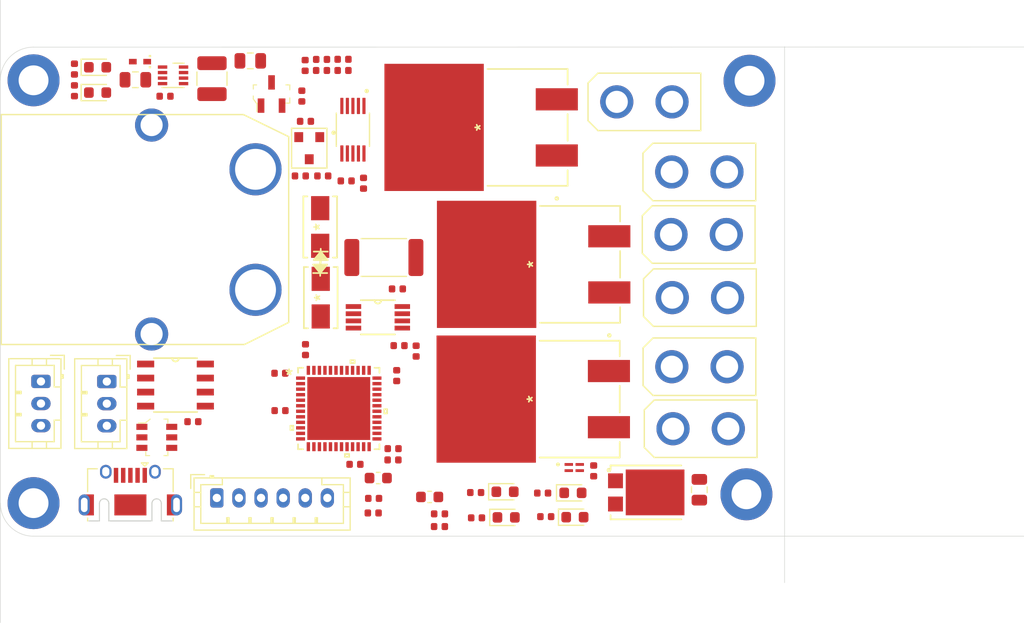
<source format=kicad_pcb>
(kicad_pcb (version 20171130) (host pcbnew 5.1.6-c6e7f7d~87~ubuntu19.10.1)
  (title_block (title "Icarus Power Distribution Board") (date 2021-03-07) (rev V1.0) (comment 3 https://github.com/0xJeremy/Icarus) (comment 4 "Jeremy Kanovsky"))
  (layers (0 F.Cu signal) (1 In1.Cu-GND power) (2 In2.Cu-3V3 power) (31 B.Cu signal) (34 B.Paste user) (35 F.Paste user) (36 B.SilkS user) (37 F.SilkS user) (38 B.Mask user) (39 F.Mask user) (44 Edge.Cuts user))
  (net 0 "")
  (net 1 +3V3)
  (net 2 GND)
  (net 3 VSENSE_HIGH)
  (net 4 "Net-(C4-Pad1)")
  (net 5 NRST)
  (net 6 OUT)
  (net 7 TIMER)
  (net 8 "Net-(C15-Pad2)")
  (net 9 "Net-(C15-Pad1)")
  (net 10 "Net-(C16-Pad1)")
  (net 11 24V_SENSE)
  (net 12 VSW_SENSE)
  (net 13 +5V)
  (net 14 "Net-(D4-Pad1)")
  (net 15 "Net-(D5-Pad1)")
  (net 16 "Net-(D6-Pad1)")
  (net 17 "Net-(D7-Pad1)")
  (net 18 CAN_H)
  (net 19 CAN_L)
  (net 20 SWO)
  (net 21 SWDIO)
  (net 22 SWCLK)
  (net 23 "Net-(J4-Pad6)")
  (net 24 "Net-(J4-Pad4)")
  (net 25 USB_CONN_D+)
  (net 26 USB_CONN_D-)
  (net 27 "Net-(L1-Pad1)")
  (net 28 VSENSE_LOW)
  (net 29 PG)
  (net 30 GATE)
  (net 31 EN)
  (net 32 TPS_ENABLE)
  (net 33 LED1)
  (net 34 LED2)
  (net 35 LED3)
  (net 36 LED4)
  (net 37 PROG)
  (net 38 "Net-(R15-Pad1)")
  (net 39 I_SENSE_BIAS)
  (net 40 "Net-(U1-Pad5)")
  (net 41 "Net-(U1-Pad6)")
  (net 42 CAN_TX)
  (net 43 CAN_RX)
  (net 44 CAN_SHDN)
  (net 45 I_SENSE)
  (net 46 USB_D+)
  (net 47 USB_D-)
  (net 48 MOSFET_TEMP)
  (net 49 "Net-(U2-Pad2)")
  (net 50 "Net-(U2-Pad3)")
  (net 51 "Net-(U2-Pad4)")
  (net 52 "Net-(U2-Pad5)")
  (net 53 "Net-(U2-Pad6)")
  (net 54 "Net-(U2-Pad12)")
  (net 55 "Net-(U2-Pad14)")
  (net 56 "Net-(U2-Pad16)")
  (net 57 "Net-(U2-Pad22)")
  (net 58 "Net-(U2-Pad24)")
  (net 59 "Net-(U2-Pad25)")
  (net 60 "Net-(U2-Pad26)")
  (net 61 "Net-(U2-Pad27)")
  (net 62 "Net-(U2-Pad28)")
  (net 63 "Net-(U2-Pad29)")
  (net 64 "Net-(U2-Pad30)")
  (net 65 "Net-(U2-Pad31)")
  (net 66 "Net-(U2-Pad32)")
  (net 67 "Net-(U2-Pad38)")
  (net 68 "Net-(U2-Pad39)")
  (net 69 "Net-(U2-Pad40)")
  (net 70 "Net-(U2-Pad42)")
  (net 71 "Net-(U2-Pad43)")
  (net 72 "Net-(MOSFET1-Pad1)")
  (net 73 "Net-(D2-Pad1)")
  (net 74 "Net-(D3-Pad1)")
  (net 75 "Net-(MOSFET2-PadP$1)")
  (net 76 "Net-(MOSFET2-PadP$2)")
  (net 77 "Net-(MOSFET4-Pad3)")
  (net 78 "Net-(U13-Pad3)")
  (net 79 "Net-(U15-Pad2)")
  (module icarus_kicad_lib:TPS2490DGSR (layer F.Cu) (at 95.97 92.69 270)
    (fp_text reference U8)
    (fp_text value TPS2490DGSR hide)
    (pad 1 smd roundrect (at -2.15 -1 270) (size 1.47 0.28) (layers F.Cu F.Paste F.Mask) (roundrect_rratio 0.125) (net 31 EN))
    (pad 2 smd roundrect (at -2.15 -0.5 270) (size 1.47 0.28) (layers F.Cu F.Paste F.Mask) (roundrect_rratio 0.125) (net 38 "Net-(R15-Pad1)"))
    (pad 3 smd roundrect (at -2.15 0 270) (size 1.47 0.28) (layers F.Cu F.Paste F.Mask) (roundrect_rratio 0.125) (net 37 PROG))
    (pad 4 smd roundrect (at -2.15 0.5 270) (size 1.47 0.28) (layers F.Cu F.Paste F.Mask) (roundrect_rratio 0.125) (net 7 TIMER))
    (pad 5 smd roundrect (at -2.15 1 270) (size 1.47 0.28) (layers F.Cu F.Paste F.Mask) (roundrect_rratio 0.125) (net 2 GND))
    (pad 6 smd roundrect (at 2.15 1 270) (size 1.47 0.28) (layers F.Cu F.Paste F.Mask) (roundrect_rratio 0.125) (net 29 PG))
    (pad 7 smd roundrect (at 2.15 0.5 270) (size 1.47 0.28) (layers F.Cu F.Paste F.Mask) (roundrect_rratio 0.125) (net 6 OUT))
    (pad 8 smd roundrect (at 2.15 0 270) (size 1.47 0.28) (layers F.Cu F.Paste F.Mask) (roundrect_rratio 0.125) (net 30 GATE))
    (pad 9 smd roundrect (at 2.15 -0.5 270) (size 1.47 0.28) (layers F.Cu F.Paste F.Mask) (roundrect_rratio 0.125) (net 28 VSENSE_LOW))
    (pad 10 smd roundrect (at 2.15 -1 270) (size 1.47 0.28) (layers F.Cu F.Paste F.Mask) (roundrect_rratio 0.125) (net 3 VSENSE_HIGH))
  )
  (module Capacitor_SMD:C_0402_1005Metric (layer F.Cu) (at 81.495 119.1 180)
    (fp_text reference C1)
    (fp_text value 0.1uF)
    (pad 1 smd roundrect (at -0.485 0 180) (size 0.59 0.64) (layers F.Cu F.Paste F.Mask) (net 2 GND))
    (pad 2 smd roundrect (at 0.485 0 180) (size 0.59 0.64) (layers F.Cu F.Paste F.Mask) (net 1 +3V3))
  )
  (module Capacitor_SMD:C_0805_2012Metric (layer F.Cu) (at 86.6875 86.46)
    (fp_text reference C2)
    (fp_text value "1uF, 100V")
    (pad 2 smd roundrect (at 0.9375 0) (size 0.975 1.4) (layers F.Cu F.Paste F.Mask) (net 2 GND))
    (pad 1 smd roundrect (at -0.9375 0) (size 0.975 1.4) (layers F.Cu F.Paste F.Mask) (net 3 VSENSE_HIGH))
  )
  (module Capacitor_SMD:C_0402_1005Metric (layer F.Cu) (at 78.975 89.66)
    (fp_text reference C3)
    (fp_text value 10uF)
    (pad 1 smd roundrect (at -0.485 0) (size 0.59 0.64) (layers F.Cu F.Paste F.Mask) (net 1 +3V3))
    (pad 2 smd roundrect (at 0.485 0) (size 0.59 0.64) (layers F.Cu F.Paste F.Mask) (net 2 GND))
  )
  (module Capacitor_SMD:C_0805_2012Metric (layer F.Cu) (at 76.2925 88.17 180)
    (fp_text reference C4)
    (fp_text value "1uF, 100V")
    (pad 1 smd roundrect (at -0.9375 0 180) (size 0.975 1.4) (layers F.Cu F.Paste F.Mask) (net 4 "Net-(C4-Pad1)"))
    (pad 2 smd roundrect (at 0.9375 0 180) (size 0.975 1.4) (layers F.Cu F.Paste F.Mask) (net 2 GND))
  )
  (module Capacitor_SMD:C_0402_1005Metric (layer F.Cu) (at 89.375 118.1 180)
    (fp_text reference C5)
    (fp_text value 0.1uF)
    (pad 1 smd roundrect (at -0.485 0 180) (size 0.59 0.64) (layers F.Cu F.Paste F.Mask) (net 5 NRST))
    (pad 2 smd roundrect (at 0.485 0 180) (size 0.59 0.64) (layers F.Cu F.Paste F.Mask) (net 2 GND))
  )
  (module Capacitor_SMD:C_0402_1005Metric (layer F.Cu) (at 91.215 96.87)
    (fp_text reference C6)
    (fp_text value "0.1uF, 100V")
    (pad 2 smd roundrect (at 0.485 0) (size 0.59 0.64) (layers F.Cu F.Paste F.Mask) (net 2 GND))
    (pad 1 smd roundrect (at -0.485 0) (size 0.59 0.64) (layers F.Cu F.Paste F.Mask) (net 3 VSENSE_HIGH))
  )
  (module Capacitor_SMD:C_0805_2012Metric (layer F.Cu) (at 127.31 125.26 270)
    (fp_text reference C7)
    (fp_text value "1uF, 100V")
    (pad 1 smd roundrect (at -0.9375 0 270) (size 0.975 1.4) (layers F.Cu F.Paste F.Mask) (net 6 OUT))
    (pad 2 smd roundrect (at 0.9375 0 270) (size 0.975 1.4) (layers F.Cu F.Paste F.Mask) (net 2 GND))
  )
  (module Capacitor_SMD:C_0402_1005Metric (layer F.Cu) (at 99.93 114.935 90)
    (fp_text reference C8)
    (fp_text value 1uF)
    (pad 2 smd roundrect (at 0.485 0 90) (size 0.59 0.64) (layers F.Cu F.Paste F.Mask) (net 2 GND))
    (pad 1 smd roundrect (at -0.485 0 90) (size 0.59 0.64) (layers F.Cu F.Paste F.Mask) (net 1 +3V3))
  )
  (module Capacitor_SMD:C_0402_1005Metric (layer F.Cu) (at 99.605 121.54)
    (fp_text reference C9)
    (fp_text value 0.1uF)
    (pad 2 smd roundrect (at 0.485 0) (size 0.59 0.64) (layers F.Cu F.Paste F.Mask) (net 2 GND))
    (pad 1 smd roundrect (at -0.485 0) (size 0.59 0.64) (layers F.Cu F.Paste F.Mask) (net 1 +3V3))
  )
  (module Capacitor_SMD:C_0402_1005Metric (layer F.Cu) (at 91.68 112.585 90)
    (fp_text reference C10)
    (fp_text value 0.1uF)
    (pad 1 smd roundrect (at -0.485 0 90) (size 0.59 0.64) (layers F.Cu F.Paste F.Mask) (net 1 +3V3))
    (pad 2 smd roundrect (at 0.485 0 90) (size 0.59 0.64) (layers F.Cu F.Paste F.Mask) (net 2 GND))
  )
  (module Capacitor_SMD:C_0402_1005Metric (layer F.Cu) (at 89.365 114.72)
    (fp_text reference C11)
    (fp_text value 0.1uF)
    (pad 2 smd roundrect (at 0.485 0) (size 0.59 0.64) (layers F.Cu F.Paste F.Mask) (net 2 GND))
    (pad 1 smd roundrect (at -0.485 0) (size 0.59 0.64) (layers F.Cu F.Paste F.Mask) (net 1 +3V3))
  )
  (module Capacitor_SMD:C_0402_1005Metric (layer F.Cu) (at 99.595 122.56)
    (fp_text reference C12)
    (fp_text value 0.1uF)
    (pad 1 smd roundrect (at -0.485 0) (size 0.59 0.64) (layers F.Cu F.Paste F.Mask) (net 1 +3V3))
    (pad 2 smd roundrect (at 0.485 0) (size 0.59 0.64) (layers F.Cu F.Paste F.Mask) (net 2 GND))
  )
  (module Capacitor_SMD:C_0402_1005Metric (layer F.Cu) (at 96.155 122.96)
    (fp_text reference C13)
    (fp_text value 10uF)
    (pad 1 smd roundrect (at -0.485 0) (size 0.59 0.64) (layers F.Cu F.Paste F.Mask) (net 1 +3V3))
    (pad 2 smd roundrect (at 0.485 0) (size 0.59 0.64) (layers F.Cu F.Paste F.Mask) (net 2 GND))
  )
  (module Capacitor_SMD:C_0402_1005Metric (layer F.Cu) (at 91.65 86.875 270)
    (fp_text reference C14)
    (fp_text value 10nF)
    (pad 2 smd roundrect (at 0.485 0 270) (size 0.59 0.64) (layers F.Cu F.Paste F.Mask) (net 7 TIMER))
    (pad 1 smd roundrect (at -0.485 0 270) (size 0.59 0.64) (layers F.Cu F.Paste F.Mask) (net 2 GND))
  )
  (module Capacitor_SMD:C_0402_1005Metric (layer F.Cu) (at 99.995 107.09 180)
    (fp_text reference C15)
    (fp_text value 0.1uF)
    (pad 1 smd roundrect (at -0.485 0 180) (size 0.59 0.64) (layers F.Cu F.Paste F.Mask) (net 9 "Net-(C15-Pad1)"))
    (pad 2 smd roundrect (at 0.485 0 180) (size 0.59 0.64) (layers F.Cu F.Paste F.Mask) (net 8 "Net-(C15-Pad2)"))
  )
  (module Capacitor_SMD:C_0402_1005Metric (layer F.Cu) (at 101.69 112.715 270)
    (fp_text reference C16)
    (fp_text value 0.1uF)
    (pad 1 smd roundrect (at -0.485 0 270) (size 0.59 0.64) (layers F.Cu F.Paste F.Mask) (net 10 "Net-(C16-Pad1)"))
    (pad 2 smd roundrect (at 0.485 0 270) (size 0.59 0.64) (layers F.Cu F.Paste F.Mask) (net 2 GND))
  )
  (module Capacitor_SMD:C_0402_1005Metric (layer F.Cu) (at 117.75 123.55 270)
    (fp_text reference C17)
    (fp_text value 0.1uF)
    (pad 2 smd roundrect (at 0.485 0 270) (size 0.59 0.64) (layers F.Cu F.Paste F.Mask) (net 2 GND))
    (pad 1 smd roundrect (at -0.485 0 270) (size 0.59 0.64) (layers F.Cu F.Paste F.Mask) (net 1 +3V3))
  )
  (module Capacitor_SMD:C_0402_1005Metric (layer F.Cu) (at 97.805 127.36)
    (fp_text reference C18)
    (fp_text value 0.01uF)
    (pad 2 smd roundrect (at 0.485 0) (size 0.59 0.64) (layers F.Cu F.Paste F.Mask) (net 2 GND))
    (pad 1 smd roundrect (at -0.485 0) (size 0.59 0.64) (layers F.Cu F.Paste F.Mask) (net 11 24V_SENSE))
  )
  (module Capacitor_SMD:C_0402_1005Metric (layer F.Cu) (at 103.8 128.59)
    (fp_text reference C19)
    (fp_text value 0.01uF)
    (pad 2 smd roundrect (at 0.485 0) (size 0.59 0.64) (layers F.Cu F.Paste F.Mask) (net 2 GND))
    (pad 1 smd roundrect (at -0.485 0) (size 0.59 0.64) (layers F.Cu F.Paste F.Mask) (net 12 VSW_SENSE))
  )
  (module icarus_kicad_lib:SMBJ51CA-E3-52 (layer F.Cu) (at 93.01 101.49 90)
    (fp_text reference CR1)
    (fp_text value SMBJ51CA-E3_52)
    (fp_text user * (at 0 0 90) (layer F.SilkS))
    (pad 1 smd rect (at -1.7018 0 180) (size 1.651 2.1844) (layers F.Cu F.Paste F.Mask) (net 3 VSENSE_HIGH))
    (pad 2 smd rect (at 1.7018 0 180) (size 1.651 2.1844) (layers F.Cu F.Paste F.Mask) (net 2 GND))
  )
  (module icarus_kicad_lib:SMBJ51CA-E3-52 (layer F.Cu) (at 93.06 107.88 270)
    (fp_text reference CR2)
    (fp_text value SMBJ51CA-E3_52)
    (fp_text user * (at 0 0 90) (layer F.SilkS))
    (pad 2 smd rect (at 1.7018 0) (size 1.651 2.1844) (layers F.Cu F.Paste F.Mask) (net 2 GND))
    (pad 1 smd rect (at -1.7018 0) (size 1.651 2.1844) (layers F.Cu F.Paste F.Mask) (net 3 VSENSE_HIGH))
  )
  (module icarus_kicad_lib:RB520S30 (layer F.Cu) (at 76.76 86.53 180)
    (fp_text reference D1)
    (fp_text value RB520S30)
    (pad A smd rect (at 0.7 0 180) (size 0.7 0.5) (layers F.Cu F.Paste F.Mask) (net 13 +5V))
    (pad C smd rect (at -0.6 0 180) (size 0.7 0.5) (layers F.Cu F.Paste F.Mask) (net 3 VSENSE_HIGH))
  )
  (module LED_SMD:LED_0603_1608Metric (layer F.Cu) (at 72.8725 87.04)
    (fp_text reference D2)
    (fp_text value Green)
    (pad 2 smd roundrect (at 0.7875 0) (size 0.875 0.95) (layers F.Cu F.Paste F.Mask) (net 1 +3V3))
    (pad 1 smd roundrect (at -0.7875 0) (size 0.875 0.95) (layers F.Cu F.Paste F.Mask) (net 73 "Net-(D2-Pad1)"))
  )
  (module LED_SMD:LED_0603_1608Metric (layer F.Cu) (at 72.8725 89.33)
    (fp_text reference D3)
    (fp_text value Green)
    (pad 2 smd roundrect (at 0.7875 0) (size 0.875 0.95) (layers F.Cu F.Paste F.Mask) (net 1 +3V3))
    (pad 1 smd roundrect (at -0.7875 0) (size 0.875 0.95) (layers F.Cu F.Paste F.Mask) (net 74 "Net-(D3-Pad1)"))
  )
  (module LED_SMD:LED_0603_1608Metric (layer F.Cu) (at 109.7325 125.44)
    (fp_text reference D4)
    (fp_text value Blue)
    (pad 1 smd roundrect (at -0.7875 0) (size 0.875 0.95) (layers F.Cu F.Paste F.Mask) (net 14 "Net-(D4-Pad1)"))
    (pad 2 smd roundrect (at 0.7875 0) (size 0.875 0.95) (layers F.Cu F.Paste F.Mask) (net 1 +3V3))
  )
  (module LED_SMD:LED_0603_1608Metric (layer F.Cu) (at 116.0525 127.74)
    (fp_text reference D5)
    (fp_text value Blue)
    (pad 1 smd roundrect (at -0.7875 0) (size 0.875 0.95) (layers F.Cu F.Paste F.Mask) (net 15 "Net-(D5-Pad1)"))
    (pad 2 smd roundrect (at 0.7875 0) (size 0.875 0.95) (layers F.Cu F.Paste F.Mask) (net 1 +3V3))
  )
  (module LED_SMD:LED_0603_1608Metric (layer F.Cu) (at 109.8325 127.76)
    (fp_text reference D6)
    (fp_text value Blue)
    (pad 1 smd roundrect (at -0.7875 0) (size 0.875 0.95) (layers F.Cu F.Paste F.Mask) (net 16 "Net-(D6-Pad1)"))
    (pad 2 smd roundrect (at 0.7875 0) (size 0.875 0.95) (layers F.Cu F.Paste F.Mask) (net 1 +3V3))
  )
  (module LED_SMD:LED_0603_1608Metric (layer F.Cu) (at 115.8725 125.54)
    (fp_text reference D7)
    (fp_text value Blue)
    (pad 2 smd roundrect (at 0.7875 0) (size 0.875 0.95) (layers F.Cu F.Paste F.Mask) (net 1 +3V3))
    (pad 1 smd roundrect (at -0.7875 0) (size 0.875 0.95) (layers F.Cu F.Paste F.Mask) (net 17 "Net-(D7-Pad1)"))
  )
  (module MountingHole:MountingHole_2.7mm_M2.5_DIN965_Pad (layer F.Cu) (at 67.08 126.47)
    (fp_text reference H1)
    (fp_text value MountingHole_Pad)
    (pad 1 thru_hole circle (at 0 0) (size 4.7 4.7) (drill 2.7) (layers *.Cu *.Mask) (net 2 GND))
  )
  (module MountingHole:MountingHole_2.7mm_M2.5_DIN965_Pad (layer F.Cu) (at 131.85 88.26)
    (fp_text reference H2)
    (fp_text value MountingHole_Pad)
    (pad 1 thru_hole circle (at 0 0) (size 4.7 4.7) (drill 2.7) (layers *.Cu *.Mask) (net 2 GND))
  )
  (module MountingHole:MountingHole_2.7mm_M2.5_DIN965_Pad (layer F.Cu) (at 131.57 125.67)
    (fp_text reference H3)
    (fp_text value MountingHole_Pad)
    (pad 1 thru_hole circle (at 0 0) (size 4.7 4.7) (drill 2.7) (layers *.Cu *.Mask) (net 2 GND))
  )
  (module MountingHole:MountingHole_2.7mm_M2.5_DIN965_Pad (layer F.Cu) (at 67.08 88.22)
    (fp_text reference H4)
    (fp_text value MountingHole_Pad)
    (pad 1 thru_hole circle (at 0 0) (size 4.7 4.7) (drill 2.7) (layers *.Cu *.Mask) (net 2 GND))
  )
  (module Connector_JST:JST_PH_B6B-PH-K_1x06_P2.00mm_Vertical (layer F.Cu) (at 83.66 126)
    (fp_text reference J3)
    (fp_text value "SWD Programming")
    (pad 1 thru_hole roundrect (at 0 0) (size 1.2 1.75) (drill 0.75) (layers *.Cu *.Mask) (roundrect_rratio 0.208333) (net 1 +3V3))
    (pad 2 thru_hole oval (at 2 0) (size 1.2 1.75) (drill 0.75) (layers *.Cu *.Mask) (net 20 SWO))
    (pad 3 thru_hole oval (at 4 0) (size 1.2 1.75) (drill 0.75) (layers *.Cu *.Mask) (net 21 SWDIO))
    (pad 4 thru_hole oval (at 6 0) (size 1.2 1.75) (drill 0.75) (layers *.Cu *.Mask) (net 22 SWCLK))
    (pad 5 thru_hole oval (at 8 0) (size 1.2 1.75) (drill 0.75) (layers *.Cu *.Mask) (net 5 NRST))
    (pad 6 thru_hole oval (at 10 0) (size 1.2 1.75) (drill 0.75) (layers *.Cu *.Mask) (net 2 GND))
  )
  (module Connector_USB:USB_Micro-AB_Molex_47590-0001 (layer F.Cu) (at 75.84 126.63)
    (fp_text reference J4)
    (fp_text value USB_B_Micro)
    (fp_line (start -3.75 1.45) (end -2.8 1.45) (layer Edge.Cuts) (width 0.1))
    (fp_line (start -2.8 -0.125) (end -2.8 1.45) (layer Edge.Cuts) (width 0.1))
    (fp_line (start -1.95 -0.125) (end -1.95 1.45) (layer Edge.Cuts) (width 0.1))
    (fp_line (start -1.95 1.45) (end 1.95 1.45) (layer Edge.Cuts) (width 0.1))
    (fp_line (start 1.95 -0.125) (end 1.95 1.45) (layer Edge.Cuts) (width 0.1))
    (fp_line (start 2.8 -0.125) (end 2.8 1.45) (layer Edge.Cuts) (width 0.1))
    (fp_line (start 2.8 1.45) (end 3.75 1.45) (layer Edge.Cuts) (width 0.1))
    (fp_arc (start 2.375 -0.125) (end 1.95 -0.125) (angle 180) (layer Edge.Cuts) (width 0.1))
    (fp_arc (start -2.375 -0.125) (end -2.8 -0.125) (angle 180) (layer Edge.Cuts) (width 0.1))
    (pad 6 thru_hole oval (at -2.225 -3) (size 1.05 1.25) (drill oval 0.65 0.85) (layers *.Cu *.Mask) (net 23 "Net-(J4-Pad6)"))
    (pad 5 smd rect (at -1.3 -2.675) (size 0.4 1.35) (layers F.Cu F.Paste F.Mask) (net 2 GND))
    (pad 4 smd rect (at -0.65 -2.675) (size 0.4 1.35) (layers F.Cu F.Paste F.Mask) (net 24 "Net-(J4-Pad4)"))
    (pad 3 smd rect (at 0 -2.675) (size 0.4 1.35) (layers F.Cu F.Paste F.Mask) (net 25 USB_CONN_D+))
    (pad 1 smd rect (at 1.3 -2.675) (size 0.4 1.35) (layers F.Cu F.Paste F.Mask) (net 13 +5V))
    (pad 6 thru_hole oval (at 2.225 -3) (size 1.05 1.25) (drill oval 0.65 0.85) (layers *.Cu *.Mask) (net 23 "Net-(J4-Pad6)"))
    (pad 6 thru_hole oval (at -4.175 0) (size 1 1.9) (drill oval 0.6 1.3) (layers *.Cu *.Mask) (net 23 "Net-(J4-Pad6)"))
    (pad 6 thru_hole oval (at 4.175 0) (size 1 1.9) (drill oval 0.6 1.3) (layers *.Cu *.Mask) (net 23 "Net-(J4-Pad6)"))
    (pad 2 smd rect (at 0.65 -2.675) (size 0.4 1.35) (layers F.Cu F.Paste F.Mask) (net 26 USB_CONN_D-))
    (pad 6 smd rect (at 0 0) (size 2.9 1.9) (layers F.Cu F.Paste F.Mask) (net 23 "Net-(J4-Pad6)"))
    (pad 6 smd rect (at 3.7375 0) (size 0.875 1.9) (layers F.Cu F.Mask) (net 23 "Net-(J4-Pad6)"))
    (pad 6 smd rect (at -3.7375 0) (size 0.875 1.9) (layers F.Cu F.Mask) (net 23 "Net-(J4-Pad6)"))
  )
  (module Inductor_SMD:L_1210_3225Metric (layer F.Cu) (at 83.22 88.07 270)
    (fp_text reference L1)
    (fp_text value 33uH)
    (pad 1 smd roundrect (at -1.4 0 270) (size 1.25 2.65) (layers F.Cu F.Paste F.Mask) (roundrect_rratio 0.2) (net 27 "Net-(L1-Pad1)"))
    (pad 2 smd roundrect (at 1.4 0 270) (size 1.25 2.65) (layers F.Cu F.Paste F.Mask) (roundrect_rratio 0.2) (net 1 +3V3))
  )
  (module icarus_kicad_lib:PSMN4R8-100BSEJ (layer F.Cu) (at 112.284602 117.06 90)
    (fp_text reference MOSFET1)
    (fp_text value PSMN4R8-100BSEJ)
    (fp_text user * (at 0 0 90) (layer F.SilkS))
    (pad 1 smd rect (at -2.54 6.845399 90) (size 2.0066 3.81) (layers F.Cu F.Paste F.Mask) (net 72 "Net-(MOSFET1-Pad1)"))
    (pad 3 smd rect (at 2.54 6.845399 90) (size 2.0066 3.81) (layers F.Cu F.Paste F.Mask) (net 6 OUT))
    (pad 2 smd rect (at 0 -4.254602 90) (size 11.5062 8.9916) (layers F.Cu F.Paste F.Mask) (net 28 VSENSE_LOW))
  )
  (module icarus_kicad_lib:ZXMP10A13FTA (layer F.Cu) (at 92.02 94.36 270)
    (fp_text reference MOSFET2)
    (fp_text value ZXMP10A13FTA hide)
    (pad P$1 smd rect (at -1 -0.95 270) (size 0.9 0.8) (layers F.Cu F.Paste F.Mask) (net 75 "Net-(MOSFET2-PadP$1)"))
    (pad P$2 smd rect (at -1 0.95 270) (size 0.9 0.8) (layers F.Cu F.Paste F.Mask) (net 76 "Net-(MOSFET2-PadP$2)"))
    (pad P$3 smd rect (at 1 0 270) (size 0.9 0.8) (layers F.Cu F.Paste F.Mask) (net 3 VSENSE_HIGH))
  )
  (module icarus_kicad_lib:PSMN4R8-100BSEJ (layer F.Cu) (at 107.57 92.48 90)
    (fp_text reference MOSFET3)
    (fp_text value PSMN4R8-100BSEJ)
    (fp_text user * (at 0 0 90) (layer F.SilkS))
    (pad 2 smd rect (at 0 -4.254602 90) (size 11.5062 8.9916) (layers F.Cu F.Paste F.Mask) (net 28 VSENSE_LOW))
    (pad 3 smd rect (at 2.54 6.845399 90) (size 2.0066 3.81) (layers F.Cu F.Paste F.Mask) (net 6 OUT))
    (pad 1 smd rect (at -2.54 6.845399 90) (size 2.0066 3.81) (layers F.Cu F.Paste F.Mask) (net 72 "Net-(MOSFET1-Pad1)"))
  )
  (module digikey-footprints:SOT-23-3 (layer F.Cu) (at 88.61 89.46 90)
    (fp_text reference MOSFET4)
    (fp_text value BSS123)
    (pad 3 smd rect (at 1.05 0 90) (size 1.3 0.6) (layers F.Cu F.Paste F.Mask) (net 77 "Net-(MOSFET4-Pad3)"))
    (pad 2 smd rect (at -1.05 0.95 90) (size 1.3 0.6) (layers F.Cu F.Paste F.Mask) (net 2 GND))
    (pad 1 smd rect (at -1.05 -0.95 90) (size 1.3 0.6) (layers F.Cu F.Paste F.Mask) (net 32 TPS_ENABLE))
  )
  (module icarus_kicad_lib:PSMN4R8-100BSEJ (layer F.Cu) (at 112.32 104.87 90)
    (fp_text reference MOSFET5)
    (fp_text value PSMN4R8-100BSEJ)
    (fp_text user * (at 0 0 90) (layer F.SilkS))
    (pad 1 smd rect (at -2.54 6.845399 90) (size 2.0066 3.81) (layers F.Cu F.Paste F.Mask) (net 72 "Net-(MOSFET1-Pad1)"))
    (pad 3 smd rect (at 2.54 6.845399 90) (size 2.0066 3.81) (layers F.Cu F.Paste F.Mask) (net 6 OUT))
    (pad 2 smd rect (at 0 -4.254602 90) (size 11.5062 8.9916) (layers F.Cu F.Paste F.Mask) (net 28 VSENSE_LOW))
  )
  (module Resistor_SMD:R_0402_1005Metric (layer F.Cu) (at 95.36 97.32)
    (fp_text reference R2)
    (fp_text value 470k)
    (pad 2 smd roundrect (at 0.485 0) (size 0.59 0.64) (layers F.Cu F.Paste F.Mask) (net 6 OUT))
    (pad 1 smd roundrect (at -0.485 0) (size 0.59 0.64) (layers F.Cu F.Paste F.Mask) (net 29 PG))
  )
  (module Resistor_SMD:R_0402_1005Metric (layer F.Cu) (at 93.245 96.87 180)
    (fp_text reference R3)
    (fp_text value "47k, 1%")
    (pad 2 smd roundrect (at 0.485 0 180) (size 0.59 0.64) (layers F.Cu F.Paste F.Mask) (net 3 VSENSE_HIGH))
    (pad 1 smd roundrect (at -0.485 0 180) (size 0.59 0.64) (layers F.Cu F.Paste F.Mask) (net 75 "Net-(MOSFET2-PadP$1)"))
  )
  (module Resistor_SMD:R_0402_1005Metric (layer F.Cu) (at 91.35 89.645 270)
    (fp_text reference R4)
    (fp_text value 100k)
    (pad 1 smd roundrect (at -0.485 0 270) (size 0.59 0.64) (layers F.Cu F.Paste F.Mask) (net 77 "Net-(MOSFET4-Pad3)"))
    (pad 2 smd roundrect (at 0.485 0 270) (size 0.59 0.64) (layers F.Cu F.Paste F.Mask) (net 75 "Net-(MOSFET2-PadP$1)"))
  )
  (module Resistor_SMD:R_0402_1005Metric (layer F.Cu) (at 70.78 87.205 270)
    (fp_text reference R5)
    (fp_text value 220)
    (pad 1 smd roundrect (at -0.485 0 270) (size 0.59 0.64) (layers F.Cu F.Paste F.Mask) (net 73 "Net-(D2-Pad1)"))
    (pad 2 smd roundrect (at 0.485 0 270) (size 0.59 0.64) (layers F.Cu F.Paste F.Mask) (net 2 GND))
  )
  (module Resistor_SMD:R_0402_1005Metric (layer F.Cu) (at 70.78 89.165 90)
    (fp_text reference R6)
    (fp_text value 220)
    (pad 2 smd roundrect (at 0.485 0 90) (size 0.59 0.64) (layers F.Cu F.Paste F.Mask) (net 2 GND))
    (pad 1 smd roundrect (at -0.485 0 90) (size 0.59 0.64) (layers F.Cu F.Paste F.Mask) (net 74 "Net-(D3-Pad1)"))
  )
  (module Resistor_SMD:R_0402_1005Metric (layer F.Cu) (at 96.93 97.53 270)
    (fp_text reference R7)
    (fp_text value 10)
    (pad 2 smd roundrect (at 0.485 0 270) (size 0.59 0.64) (layers F.Cu F.Paste F.Mask) (net 72 "Net-(MOSFET1-Pad1)"))
    (pad 1 smd roundrect (at -0.485 0 270) (size 0.59 0.64) (layers F.Cu F.Paste F.Mask) (net 30 GATE))
  )
  (module Resistor_SMD:R_0402_1005Metric (layer F.Cu) (at 95.075 87.33 180)
    (fp_text reference R8)
    (fp_text value "499k, 1%")
    (pad 1 smd roundrect (at -0.485 0 180) (size 0.59 0.64) (layers F.Cu F.Paste F.Mask) (net 76 "Net-(MOSFET2-PadP$2)"))
    (pad 2 smd roundrect (at 0.485 0 180) (size 0.59 0.64) (layers F.Cu F.Paste F.Mask) (net 31 EN))
  )
  (module Resistor_SMD:R_0402_1005Metric (layer F.Cu) (at 91.68 91.93)
    (fp_text reference R9)
    (fp_text value 100k)
    (pad 2 smd roundrect (at 0.485 0) (size 0.59 0.64) (layers F.Cu F.Paste F.Mask) (net 2 GND))
    (pad 1 smd roundrect (at -0.485 0) (size 0.59 0.64) (layers F.Cu F.Paste F.Mask) (net 32 TPS_ENABLE))
  )
  (module Resistor_SMD:R_0402_1005Metric (layer F.Cu) (at 95.075 86.32)
    (fp_text reference R10)
    (fp_text value "140k, 1%")
    (pad 1 smd roundrect (at -0.485 0) (size 0.59 0.64) (layers F.Cu F.Paste F.Mask) (net 31 EN))
    (pad 2 smd roundrect (at 0.485 0) (size 0.59 0.64) (layers F.Cu F.Paste F.Mask) (net 2 GND))
  )
  (module Resistor_SMD:R_0402_1005Metric (layer F.Cu) (at 107.075 125.51 180)
    (fp_text reference R11)
    (fp_text value 220)
    (pad 1 smd roundrect (at -0.485 0 180) (size 0.59 0.64) (layers F.Cu F.Paste F.Mask) (net 14 "Net-(D4-Pad1)"))
    (pad 2 smd roundrect (at 0.485 0 180) (size 0.59 0.64) (layers F.Cu F.Paste F.Mask) (net 33 LED1))
  )
  (module Resistor_SMD:R_0402_1005Metric (layer F.Cu) (at 113.415 127.69 180)
    (fp_text reference R12)
    (fp_text value 220)
    (pad 1 smd roundrect (at -0.485 0 180) (size 0.59 0.64) (layers F.Cu F.Paste F.Mask) (net 15 "Net-(D5-Pad1)"))
    (pad 2 smd roundrect (at 0.485 0 180) (size 0.59 0.64) (layers F.Cu F.Paste F.Mask) (net 34 LED2))
  )
  (module Resistor_SMD:R_0402_1005Metric (layer F.Cu) (at 107.155 127.8 180)
    (fp_text reference R13)
    (fp_text value 220)
    (pad 1 smd roundrect (at -0.485 0 180) (size 0.59 0.64) (layers F.Cu F.Paste F.Mask) (net 16 "Net-(D6-Pad1)"))
    (pad 2 smd roundrect (at 0.485 0 180) (size 0.59 0.64) (layers F.Cu F.Paste F.Mask) (net 35 LED3))
  )
  (module Resistor_SMD:R_0402_1005Metric (layer F.Cu) (at 113.135 125.56 180)
    (fp_text reference R14)
    (fp_text value 220)
    (pad 1 smd roundrect (at -0.485 0 180) (size 0.59 0.64) (layers F.Cu F.Paste F.Mask) (net 17 "Net-(D7-Pad1)"))
    (pad 2 smd roundrect (at 0.485 0 180) (size 0.59 0.64) (layers F.Cu F.Paste F.Mask) (net 36 LED4))
  )
  (module Resistor_SMD:R_0402_1005Metric (layer F.Cu) (at 93.13 87.33 180)
    (fp_text reference R15)
    (fp_text value "47k, 1%")
    (pad 1 smd roundrect (at -0.485 0 180) (size 0.59 0.64) (layers F.Cu F.Paste F.Mask) (net 38 "Net-(R15-Pad1)"))
    (pad 2 smd roundrect (at 0.485 0 180) (size 0.59 0.64) (layers F.Cu F.Paste F.Mask) (net 37 PROG))
  )
  (module Resistor_SMD:R_0402_1005Metric (layer F.Cu) (at 93.135 86.33)
    (fp_text reference R16)
    (fp_text value "6.8k, 1%")
    (pad 2 smd roundrect (at 0.485 0) (size 0.59 0.64) (layers F.Cu F.Paste F.Mask) (net 2 GND))
    (pad 1 smd roundrect (at -0.485 0) (size 0.59 0.64) (layers F.Cu F.Paste F.Mask) (net 37 PROG))
  )
  (module Resistor_SMD:R_0402_1005Metric (layer F.Cu) (at 100.145 112.22)
    (fp_text reference R17)
    (fp_text value R_Small)
    (pad 2 smd roundrect (at 0.485 0) (size 0.59 0.64) (layers F.Cu F.Paste F.Mask) (net 10 "Net-(C16-Pad1)"))
    (pad 1 smd roundrect (at -0.485 0) (size 0.59 0.64) (layers F.Cu F.Paste F.Mask) (net 39 I_SENSE_BIAS))
  )
  (module Resistor_SMD:R_0603_1608Metric (layer F.Cu) (at 98.2625 124.2 180)
    (fp_text reference R18)
    (fp_text value "3M, 1%")
    (pad 1 smd roundrect (at -0.7875 0 180) (size 0.875 0.95) (layers F.Cu F.Paste F.Mask) (net 3 VSENSE_HIGH))
    (pad 2 smd roundrect (at 0.7875 0 180) (size 0.875 0.95) (layers F.Cu F.Paste F.Mask) (net 11 24V_SENSE))
  )
  (module Resistor_SMD:R_0603_1608Metric (layer F.Cu) (at 102.9125 125.91 180)
    (fp_text reference R19)
    (fp_text value "3M, 1%")
    (pad 2 smd roundrect (at 0.7875 0 180) (size 0.875 0.95) (layers F.Cu F.Paste F.Mask) (net 12 VSW_SENSE))
    (pad 1 smd roundrect (at -0.7875 0 180) (size 0.875 0.95) (layers F.Cu F.Paste F.Mask) (net 6 OUT))
  )
  (module Resistor_SMD:R_0402_1005Metric (layer F.Cu) (at 97.845 126.04)
    (fp_text reference R20)
    (fp_text value "200k, 1%")
    (pad 1 smd roundrect (at -0.485 0) (size 0.59 0.64) (layers F.Cu F.Paste F.Mask) (net 11 24V_SENSE))
    (pad 2 smd roundrect (at 0.485 0) (size 0.59 0.64) (layers F.Cu F.Paste F.Mask) (net 2 GND))
  )
  (module Resistor_SMD:R_0402_1005Metric (layer F.Cu) (at 103.805 127.44)
    (fp_text reference R21)
    (fp_text value "200k, 1%")
    (pad 2 smd roundrect (at 0.485 0) (size 0.59 0.64) (layers F.Cu F.Paste F.Mask) (net 2 GND))
    (pad 1 smd roundrect (at -0.485 0) (size 0.59 0.64) (layers F.Cu F.Paste F.Mask) (net 12 VSW_SENSE))
  )
  (module Package_DFN_QFN:DFN-8_2x2mm_P0.5mm (layer F.Cu) (at 79.7 87.77)
    (fp_text reference U1)
    (fp_text value MAX15062A)
    (pad 1 smd rect (at -0.95 -0.75) (size 0.85 0.3) (layers F.Cu F.Paste F.Mask) (net 3 VSENSE_HIGH))
    (pad 2 smd rect (at -0.95 -0.25) (size 0.85 0.3) (layers F.Cu F.Paste F.Mask) (net 3 VSENSE_HIGH))
    (pad 3 smd rect (at -0.95 0.25) (size 0.85 0.3) (layers F.Cu F.Paste F.Mask) (net 4 "Net-(C4-Pad1)"))
    (pad 4 smd rect (at -0.95 0.75) (size 0.85 0.3) (layers F.Cu F.Paste F.Mask) (net 1 +3V3))
    (pad 5 smd rect (at 0.95 0.75) (size 0.85 0.3) (layers F.Cu F.Paste F.Mask) (net 40 "Net-(U1-Pad5)"))
    (pad 6 smd rect (at 0.95 0.25) (size 0.85 0.3) (layers F.Cu F.Paste F.Mask) (net 41 "Net-(U1-Pad6)"))
    (pad 7 smd rect (at 0.95 -0.25) (size 0.85 0.3) (layers F.Cu F.Paste F.Mask) (net 2 GND))
    (pad 8 smd rect (at 0.95 -0.75) (size 0.85 0.3) (layers F.Cu F.Paste F.Mask) (net 27 "Net-(L1-Pad1)"))
  )
  (module icarus_kicad_lib:STM32G474CEU6 (layer F.Cu) (at 94.69 117.91)
    (fp_text reference U2)
    (fp_text value STM32G474CEU6)
    (fp_text user * (at -4.4958 -3) (layer F.SilkS))
    (fp_text user * (at -4.4958 -3) (layer F.SilkS))
    (pad 1 smd rect (at -3.4544 -2.75 90) (size 0.3048 0.8128) (layers F.Cu F.Paste F.Mask) (net 1 +3V3))
    (pad 2 smd rect (at -3.4544 -2.250001 90) (size 0.3048 0.8128) (layers F.Cu F.Paste F.Mask) (net 49 "Net-(U2-Pad2)"))
    (pad 3 smd rect (at -3.4544 -1.749999 90) (size 0.3048 0.8128) (layers F.Cu F.Paste F.Mask) (net 50 "Net-(U2-Pad3)"))
    (pad 4 smd rect (at -3.4544 -1.25 90) (size 0.3048 0.8128) (layers F.Cu F.Paste F.Mask) (net 51 "Net-(U2-Pad4)"))
    (pad 5 smd rect (at -3.4544 -0.750001 90) (size 0.3048 0.8128) (layers F.Cu F.Paste F.Mask) (net 52 "Net-(U2-Pad5)"))
    (pad 6 smd rect (at -3.4544 -0.25 90) (size 0.3048 0.8128) (layers F.Cu F.Paste F.Mask) (net 53 "Net-(U2-Pad6)"))
    (pad 7 smd rect (at -3.4544 0.25 90) (size 0.3048 0.8128) (layers F.Cu F.Paste F.Mask) (net 5 NRST))
    (pad 8 smd rect (at -3.4544 0.750001 90) (size 0.3048 0.8128) (layers F.Cu F.Paste F.Mask) (net 48 MOSFET_TEMP))
    (pad 9 smd rect (at -3.4544 1.25 90) (size 0.3048 0.8128) (layers F.Cu F.Paste F.Mask) (net 39 I_SENSE_BIAS))
    (pad 10 smd rect (at -3.4544 1.749999 90) (size 0.3048 0.8128) (layers F.Cu F.Paste F.Mask) (net 45 I_SENSE))
    (pad 11 smd rect (at -3.4544 2.250001 90) (size 0.3048 0.8128) (layers F.Cu F.Paste F.Mask) (net 33 LED1))
    (pad 12 smd rect (at -3.4544 2.75 90) (size 0.3048 0.8128) (layers F.Cu F.Paste F.Mask) (net 54 "Net-(U2-Pad12)"))
    (pad 13 smd rect (at -2.75 3.4544) (size 0.3048 0.8128) (layers F.Cu F.Paste F.Mask) (net 34 LED2))
    (pad 14 smd rect (at -2.250001 3.4544) (size 0.3048 0.8128) (layers F.Cu F.Paste F.Mask) (net 55 "Net-(U2-Pad14)"))
    (pad 15 smd rect (at -1.749999 3.4544) (size 0.3048 0.8128) (layers F.Cu F.Paste F.Mask) (net 35 LED3))
    (pad 16 smd rect (at -1.25 3.4544) (size 0.3048 0.8128) (layers F.Cu F.Paste F.Mask) (net 56 "Net-(U2-Pad16)"))
    (pad 17 smd rect (at -0.750001 3.4544) (size 0.3048 0.8128) (layers F.Cu F.Paste F.Mask) (net 36 LED4))
    (pad 18 smd rect (at -0.25 3.4544) (size 0.3048 0.8128) (layers F.Cu F.Paste F.Mask) (net 11 24V_SENSE))
    (pad 19 smd rect (at 0.25 3.4544) (size 0.3048 0.8128) (layers F.Cu F.Paste F.Mask) (net 12 VSW_SENSE))
    (pad 20 smd rect (at 0.750001 3.4544) (size 0.3048 0.8128) (layers F.Cu F.Paste F.Mask) (net 1 +3V3))
    (pad 21 smd rect (at 1.25 3.4544) (size 0.3048 0.8128) (layers F.Cu F.Paste F.Mask) (net 1 +3V3))
    (pad 22 smd rect (at 1.749999 3.4544) (size 0.3048 0.8128) (layers F.Cu F.Paste F.Mask) (net 57 "Net-(U2-Pad22)"))
    (pad 23 smd rect (at 2.250001 3.4544) (size 0.3048 0.8128) (layers F.Cu F.Paste F.Mask) (net 1 +3V3))
    (pad 24 smd rect (at 2.75 3.4544) (size 0.3048 0.8128) (layers F.Cu F.Paste F.Mask) (net 58 "Net-(U2-Pad24)"))
    (pad 25 smd rect (at 3.4544 2.75 90) (size 0.3048 0.8128) (layers F.Cu F.Paste F.Mask) (net 59 "Net-(U2-Pad25)"))
    (pad 26 smd rect (at 3.4544 2.250001 90) (size 0.3048 0.8128) (layers F.Cu F.Paste F.Mask) (net 60 "Net-(U2-Pad26)"))
    (pad 27 smd rect (at 3.4544 1.749999 90) (size 0.3048 0.8128) (layers F.Cu F.Paste F.Mask) (net 61 "Net-(U2-Pad27)"))
    (pad 28 smd rect (at 3.4544 1.25 90) (size 0.3048 0.8128) (layers F.Cu F.Paste F.Mask) (net 62 "Net-(U2-Pad28)"))
    (pad 29 smd rect (at 3.4544 0.750001 90) (size 0.3048 0.8128) (layers F.Cu F.Paste F.Mask) (net 63 "Net-(U2-Pad29)"))
    (pad 30 smd rect (at 3.4544 0.25 90) (size 0.3048 0.8128) (layers F.Cu F.Paste F.Mask) (net 64 "Net-(U2-Pad30)"))
    (pad 31 smd rect (at 3.4544 -0.25 90) (size 0.3048 0.8128) (layers F.Cu F.Paste F.Mask) (net 65 "Net-(U2-Pad31)"))
    (pad 32 smd rect (at 3.4544 -0.750001 90) (size 0.3048 0.8128) (layers F.Cu F.Paste F.Mask) (net 66 "Net-(U2-Pad32)"))
    (pad 33 smd rect (at 3.4544 -1.25 90) (size 0.3048 0.8128) (layers F.Cu F.Paste F.Mask) (net 47 USB_D-))
    (pad 34 smd rect (at 3.4544 -1.749999 90) (size 0.3048 0.8128) (layers F.Cu F.Paste F.Mask) (net 46 USB_D+))
    (pad 35 smd rect (at 3.4544 -2.250001 90) (size 0.3048 0.8128) (layers F.Cu F.Paste F.Mask) (net 1 +3V3))
    (pad 36 smd rect (at 3.4544 -2.75 90) (size 0.3048 0.8128) (layers F.Cu F.Paste F.Mask) (net 21 SWDIO))
    (pad 37 smd rect (at 2.75 -3.4544) (size 0.3048 0.8128) (layers F.Cu F.Paste F.Mask) (net 22 SWCLK))
    (pad 38 smd rect (at 2.250001 -3.4544) (size 0.3048 0.8128) (layers F.Cu F.Paste F.Mask) (net 67 "Net-(U2-Pad38)"))
    (pad 39 smd rect (at 1.749999 -3.4544) (size 0.3048 0.8128) (layers F.Cu F.Paste F.Mask) (net 68 "Net-(U2-Pad39)"))
    (pad 40 smd rect (at 1.25 -3.4544) (size 0.3048 0.8128) (layers F.Cu F.Paste F.Mask) (net 69 "Net-(U2-Pad40)"))
    (pad 41 smd rect (at 0.750001 -3.4544) (size 0.3048 0.8128) (layers F.Cu F.Paste F.Mask) (net 20 SWO))
    (pad 42 smd rect (at 0.25 -3.4544) (size 0.3048 0.8128) (layers F.Cu F.Paste F.Mask) (net 70 "Net-(U2-Pad42)"))
    (pad 43 smd rect (at -0.25 -3.4544) (size 0.3048 0.8128) (layers F.Cu F.Paste F.Mask) (net 71 "Net-(U2-Pad43)"))
    (pad 44 smd rect (at -0.750001 -3.4544) (size 0.3048 0.8128) (layers F.Cu F.Paste F.Mask) (net 32 TPS_ENABLE))
    (pad 45 smd rect (at -1.25 -3.4544) (size 0.3048 0.8128) (layers F.Cu F.Paste F.Mask) (net 44 CAN_SHDN))
    (pad 46 smd rect (at -1.749999 -3.4544) (size 0.3048 0.8128) (layers F.Cu F.Paste F.Mask) (net 43 CAN_RX))
    (pad 47 smd rect (at -2.250001 -3.4544) (size 0.3048 0.8128) (layers F.Cu F.Paste F.Mask) (net 42 CAN_TX))
    (pad 48 smd rect (at -2.75 -3.4544) (size 0.3048 0.8128) (layers F.Cu F.Paste F.Mask) (net 1 +3V3))
    (pad 49 smd rect (at 0 0) (size 5.6896 5.6896) (layers F.Cu F.Paste F.Mask) (net 2 GND))
  )
  (module icarus_kicad_lib:TCAN334G (layer F.Cu) (at 79.92 115.79)
    (fp_text reference U3 hide)
    (fp_text value TCAN334G hide)
    (pad 1 smd rect (at -2.7 -1.905) (size 1.5494 0.6096) (layers F.Cu F.Paste F.Mask) (net 42 CAN_TX))
    (pad 2 smd rect (at -2.7 -0.635) (size 1.5494 0.6096) (layers F.Cu F.Paste F.Mask) (net 2 GND))
    (pad 3 smd rect (at -2.7 0.635) (size 1.5494 0.6096) (layers F.Cu F.Paste F.Mask) (net 1 +3V3))
    (pad 4 smd rect (at -2.7 1.905) (size 1.5494 0.6096) (layers F.Cu F.Paste F.Mask) (net 43 CAN_RX))
    (pad 5 smd rect (at 2.7 1.905) (size 1.5494 0.6096) (layers F.Cu F.Paste F.Mask) (net 44 CAN_SHDN))
    (pad 6 smd rect (at 2.7 0.635) (size 1.5494 0.6096) (layers F.Cu F.Paste F.Mask) (net 19 CAN_L))
    (pad 7 smd rect (at 2.7 -0.635) (size 1.5494 0.6096) (layers F.Cu F.Paste F.Mask) (net 18 CAN_H))
    (pad 8 smd rect (at 2.7 -1.905) (size 1.5494 0.6096) (layers F.Cu F.Paste F.Mask) (net 2 GND))
  )
  (module icarus_kicad_lib:XT90PW-M (layer F.Cu) (at 87.16 101.72 90)
    (fp_text reference U4 hide)
    (fp_text value XT90 hide)
    (pad + thru_hole circle (at 5.45 0 90) (size 4.716 4.716) (drill 3.7) (layers *.Cu *.Mask) (net 3 VSENSE_HIGH))
    (pad - thru_hole circle (at -5.45 0 90) (size 4.716 4.716) (drill 3.7) (layers *.Cu *.Mask) (net 2 GND))
    (pad S1 thru_hole circle (at -9.45 -9.4 90) (size 3 3) (drill 2) (layers *.Cu *.Mask))
    (pad S2 thru_hole circle (at 9.45 -9.4 90) (size 3 3) (drill 2) (layers *.Cu *.Mask))
  )
  (module icarus_kicad_lib:FSV10150VTO277-3L_ONS-L (layer F.Cu) (at 122.48 125.5 270)
    (fp_text reference U5 hide)
    (fp_text value FSV10150VTO277-3L_ONS-L hide)
    (pad 3 smd rect (at 0 -0.8255) (size 5.3086 4.1402) (layers F.Cu F.Paste F.Mask) (net 6 OUT))
    (pad 2 smd rect (at -1.05 2.7559) (size 1.3462 1.3462) (layers F.Cu F.Paste F.Mask) (net 2 GND))
    (pad 1 smd rect (at 1.05 2.7559) (size 1.3462 1.3462) (layers F.Cu F.Paste F.Mask) (net 2 GND))
  )
  (module icarus_kicad_lib:XT30P (layer F.Cu) (at 127.36 107.88)
    (fp_text reference U6)
    (fp_text value XT30 hide)
    (pad - thru_hole circle (at -2.5 0) (size 3 3) (drill 2) (layers *.Cu *.Mask) (net 2 GND))
    (pad + thru_hole circle (at 2.5 0) (size 3 3) (drill 2) (layers *.Cu *.Mask) (net 6 OUT))
  )
  (module icarus_kicad_lib:XT30P (layer F.Cu) (at 127.43 119.74)
    (fp_text reference U7)
    (fp_text value XT30 hide)
    (pad + thru_hole circle (at 2.5 0) (size 3 3) (drill 2) (layers *.Cu *.Mask) (net 6 OUT))
    (pad - thru_hole circle (at -2.5 0) (size 3 3) (drill 2) (layers *.Cu *.Mask) (net 2 GND))
  )
  (module icarus_kicad_lib:XT30P (layer F.Cu) (at 127.32 114.13)
    (fp_text reference U9)
    (fp_text value XT30 hide)
    (pad - thru_hole circle (at -2.5 0) (size 3 3) (drill 2) (layers *.Cu *.Mask) (net 2 GND))
    (pad + thru_hole circle (at 2.5 0) (size 3 3) (drill 2) (layers *.Cu *.Mask) (net 6 OUT))
  )
  (module icarus_kicad_lib:XT30P (layer F.Cu) (at 127.31 96.51)
    (fp_text reference U10)
    (fp_text value XT30 hide)
    (pad + thru_hole circle (at 2.5 0) (size 3 3) (drill 2) (layers *.Cu *.Mask) (net 6 OUT))
    (pad - thru_hole circle (at -2.5 0) (size 3 3) (drill 2) (layers *.Cu *.Mask) (net 2 GND))
  )
  (module icarus_kicad_lib:XT30P (layer F.Cu) (at 127.25 102.17)
    (fp_text reference U11)
    (fp_text value XT30 hide)
    (pad - thru_hole circle (at -2.5 0) (size 3 3) (drill 2) (layers *.Cu *.Mask) (net 2 GND))
    (pad + thru_hole circle (at 2.5 0) (size 3 3) (drill 2) (layers *.Cu *.Mask) (net 6 OUT))
  )
  (module icarus_kicad_lib:XT30P (layer F.Cu) (at 122.34 90.17)
    (fp_text reference U12)
    (fp_text value XT30 hide)
    (pad + thru_hole circle (at 2.5 0) (size 3 3) (drill 2) (layers *.Cu *.Mask) (net 6 OUT))
    (pad - thru_hole circle (at -2.5 0) (size 3 3) (drill 2) (layers *.Cu *.Mask) (net 2 GND))
  )
  (module icarus_kicad_lib:LT1787HVIMS8PBF (layer F.Cu) (at 98.23 109.66)
    (fp_text reference U13)
    (fp_text value LT1787HVIMS8PBF hide)
    (pad 1 smd rect (at -2.2098 -0.975) (size 1.397 0.4318) (layers F.Cu F.Paste F.Mask) (net 8 "Net-(C15-Pad2)"))
    (pad 2 smd rect (at -2.2098 -0.325) (size 1.397 0.4318) (layers F.Cu F.Paste F.Mask) (net 28 VSENSE_LOW))
    (pad 3 smd rect (at -2.2098 0.325) (size 1.397 0.4318) (layers F.Cu F.Paste F.Mask) (net 78 "Net-(U13-Pad3)"))
    (pad 4 smd rect (at -2.2098 0.975) (size 1.397 0.4318) (layers F.Cu F.Paste F.Mask) (net 2 GND))
    (pad 5 smd rect (at 2.2098 0.975) (size 1.397 0.4318) (layers F.Cu F.Paste F.Mask) (net 45 I_SENSE))
    (pad 6 smd rect (at 2.2098 0.325) (size 1.397 0.4318) (layers F.Cu F.Paste F.Mask) (net 39 I_SENSE_BIAS))
    (pad 7 smd rect (at 2.2098 -0.325) (size 1.397 0.4318) (layers F.Cu F.Paste F.Mask) (net 3 VSENSE_HIGH))
    (pad 8 smd rect (at 2.2098 -0.975) (size 1.397 0.4318) (layers F.Cu F.Paste F.Mask) (net 9 "Net-(C15-Pad1)"))
  )
  (module digikey-footprints:SOT-23-6 (layer F.Cu) (at 78.23 120.52 270)
    (fp_text reference U14)
    (fp_text value USBLC6-2SC6)
    (pad 3 smd rect (at 0.95 1.35 270) (size 0.55 1) (layers F.Cu F.Paste F.Mask) (net 25 USB_CONN_D+))
    (pad 2 smd rect (at 0 1.35 270) (size 0.55 1) (layers F.Cu F.Paste F.Mask) (net 2 GND))
    (pad 1 smd rect (at -0.95 1.35 270) (size 0.55 1) (layers F.Cu F.Paste F.Mask) (net 26 USB_CONN_D-))
    (pad 4 smd rect (at 0.95 -1.35 270) (size 0.55 1) (layers F.Cu F.Paste F.Mask) (net 46 USB_D+))
    (pad 5 smd rect (at 0 -1.35 270) (size 0.55 1) (layers F.Cu F.Paste F.Mask) (net 13 +5V))
    (pad 6 smd rect (at -0.95 -1.35 270) (size 0.55 1) (layers F.Cu F.Paste F.Mask) (net 47 USB_D-))
  )
  (module icarus_kicad_lib:STLM20DD9FUDFN-4L_STM-L (layer F.Cu) (at 115.9947 123.2494)
    (fp_text reference U15 hide)
    (fp_text value STLM20DD9FUDFN-4L_STM-L hide)
    (pad 1 smd rect (at -0.4953 -0.2794) (size 0.762 0.254) (layers F.Cu F.Paste F.Mask) (net 48 MOSFET_TEMP))
    (pad 2 smd rect (at -0.4953 0.2794) (size 0.762 0.254) (layers F.Cu F.Paste F.Mask) (net 79 "Net-(U15-Pad2)"))
    (pad 3 smd rect (at 0.4953 0.2794) (size 0.762 0.254) (layers F.Cu F.Paste F.Mask) (net 2 GND))
    (pad 4 smd rect (at 0.4953 -0.2794) (size 0.762 0.254) (layers F.Cu F.Paste F.Mask) (net 1 +3V3))
  )
  (module Connector_JST:JST_PH_B3B-PH-K_1x03_P2.00mm_Vertical (layer F.Cu) (at 67.75 115.46 270)
    (fp_text reference J1)
    (fp_text value "CAN Bus")
    (pad 1 thru_hole roundrect (at 0 0 270) (size 1.2 1.75) (drill 0.75) (layers *.Cu *.Mask) (roundrect_rratio 0.208333) (net 18 CAN_H))
    (pad 2 thru_hole oval (at 2 0 270) (size 1.2 1.75) (drill 0.75) (layers *.Cu *.Mask) (net 19 CAN_L))
    (pad 3 thru_hole oval (at 4 0 270) (size 1.2 1.75) (drill 0.75) (layers *.Cu *.Mask) (net 2 GND))
  )
  (module Connector_JST:JST_PH_B3B-PH-K_1x03_P2.00mm_Vertical (layer F.Cu) (at 73.71 115.47 270)
    (fp_text reference J2)
    (fp_text value "CAN Bus")
    (pad 3 thru_hole oval (at 4 0 270) (size 1.2 1.75) (drill 0.75) (layers *.Cu *.Mask) (net 2 GND))
    (pad 2 thru_hole oval (at 2 0 270) (size 1.2 1.75) (drill 0.75) (layers *.Cu *.Mask) (net 19 CAN_L))
    (pad 1 thru_hole roundrect (at 0 0 270) (size 1.2 1.75) (drill 0.75) (layers *.Cu *.Mask) (roundrect_rratio 0.208333) (net 18 CAN_H))
  )
  (module Resistor_SMD:R_2512_6332Metric (layer F.Cu) (at 98.77 104.25 180)
    (fp_text reference R1)
    (fp_text value 0.5m)
    (pad 1 smd roundrect (at -2.9 0 180) (size 1.35 3.35) (layers F.Cu F.Paste F.Mask) (roundrect_rratio 0.185185) (net 28 VSENSE_LOW))
    (pad 2 smd roundrect (at 2.9 0 180) (size 1.35 3.35) (layers F.Cu F.Paste F.Mask) (roundrect_rratio 0.185185) (net 3 VSENSE_HIGH))
  )
  (gr_line (start 67.07 129.46) (end 156.67 129.46) (layer Edge.Cuts) (width 0.05))
  (gr_line (start 135.02 85.17) (end 135.02 133.67) (layer Edge.Cuts) (width 0.05))
  (gr_line (start 67.07 85.22) (end 156.67 85.21) (layer Edge.Cuts) (width 0.05))
  (gr_arc (start 67.07 126.47) (end 64.08 126.47) (angle -90) (layer Edge.Cuts) (width 0.05))
  (gr_arc (start 67.07 88.22) (end 67.07 85.22) (angle -90) (layer Edge.Cuts) (width 0.05))
  (gr_line (start 64.08 106.78) (end 64.08 137.28) (layer Edge.Cuts) (width 0.05))
  (gr_line (start 64.08 106.78) (end 64.08 80.98) (layer Edge.Cuts) (width 0.05))
)
</source>
